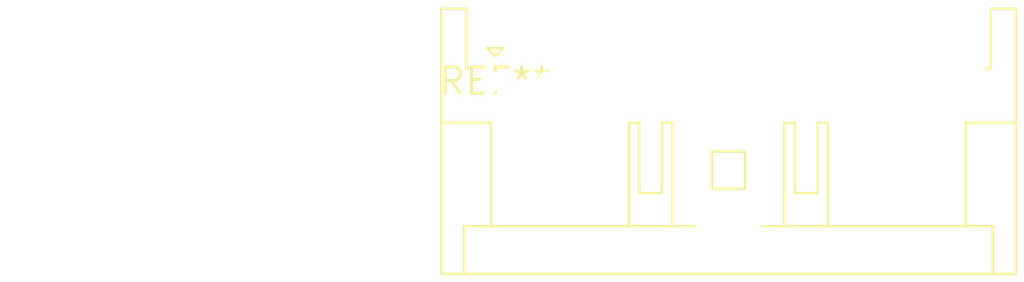
<source format=kicad_pcb>
(kicad_pcb (version 20240108) (generator pcbnew)
  (layers (0 "F.Cu" signal) (31 "B.Cu" signal) (34 "B.Paste" user) (35 "F.Paste" user) (36 "B.SilkS" user "B.Silkscreen") (37 "F.SilkS" user "F.Silkscreen") (38 "B.Mask" user) (39 "F.Mask" user) (44 "Edge.Cuts" user))
  (net 0 "")
  (footprint "JST_XA_S10B-XASK-1_1x10_P2.50mm_Horizontal" (layer "F.Cu") (at 0 0)
    (property "Reference" "REF**")
    (property "Value" "JST_XA_S10B-XASK-1_1x10_P2.50mm_Horizontal")
    (fp_line (start -2.61 -3.51) (end -2.61 9.31) (layer "F.SilkS") (stroke (width 0.12)))
    (fp_line (start -2.61 9.31) (end 25.11 9.31) (layer "F.SilkS") (stroke (width 0.12)))
    (fp_line (start -1.5 7.01) (end 9.65 7.01) (layer "F.SilkS") (stroke (width 0.12)))
    (fp_line (start -1.5 9.31) (end -1.5 7.01) (layer "F.SilkS") (stroke (width 0.12)))
    (fp_line (start -1.39 -3.51) (end -2.61 -3.51) (layer "F.SilkS") (stroke (width 0.12)))
    (fp_line (start -1.39 -0.61) (end -1.39 -3.51) (layer "F.SilkS") (stroke (width 0.12)))
    (fp_line (start -1.11 -0.61) (end -1.39 -0.61) (layer "F.SilkS") (stroke (width 0.12)))
    (fp_line (start -0.4 -1.6) (end 0.4 -1.6) (layer "F.SilkS") (stroke (width 0.12)))
    (fp_line (start -0.2 2) (end -2.61 2) (layer "F.SilkS") (stroke (width 0.12)))
    (fp_line (start -0.2 7.01) (end -0.2 2) (layer "F.SilkS") (stroke (width 0.12)))
    (fp_line (start 0 -1.2) (end -0.4 -1.6) (layer "F.SilkS") (stroke (width 0.12)))
    (fp_line (start 0.4 -1.6) (end 0 -1.2) (layer "F.SilkS") (stroke (width 0.12)))
    (fp_line (start 6.45 2) (end 6.45 7.01) (layer "F.SilkS") (stroke (width 0.12)))
    (fp_line (start 6.95 2) (end 6.45 2) (layer "F.SilkS") (stroke (width 0.12)))
    (fp_line (start 6.95 5.41) (end 6.95 2) (layer "F.SilkS") (stroke (width 0.12)))
    (fp_line (start 8.05 2) (end 8.05 5.41) (layer "F.SilkS") (stroke (width 0.12)))
    (fp_line (start 8.05 5.41) (end 6.95 5.41) (layer "F.SilkS") (stroke (width 0.12)))
    (fp_line (start 8.55 2) (end 8.05 2) (layer "F.SilkS") (stroke (width 0.12)))
    (fp_line (start 8.55 7.01) (end 8.55 2) (layer "F.SilkS") (stroke (width 0.12)))
    (fp_line (start 10.45 3.4) (end 12.05 3.4) (layer "F.SilkS") (stroke (width 0.12)))
    (fp_line (start 10.45 5.2) (end 10.45 3.4) (layer "F.SilkS") (stroke (width 0.12)))
    (fp_line (start 12.05 3.4) (end 12.05 5.2) (layer "F.SilkS") (stroke (width 0.12)))
    (fp_line (start 12.05 5.2) (end 10.45 5.2) (layer "F.SilkS") (stroke (width 0.12)))
    (fp_line (start 12.85 7.01) (end 24 7.01) (layer "F.SilkS") (stroke (width 0.12)))
    (fp_line (start 13.95 2) (end 14.45 2) (layer "F.SilkS") (stroke (width 0.12)))
    (fp_line (start 13.95 7.01) (end 13.95 2) (layer "F.SilkS") (stroke (width 0.12)))
    (fp_line (start 14.45 2) (end 14.45 5.41) (layer "F.SilkS") (stroke (width 0.12)))
    (fp_line (start 14.45 5.41) (end 15.55 5.41) (layer "F.SilkS") (stroke (width 0.12)))
    (fp_line (start 15.55 2) (end 16.05 2) (layer "F.SilkS") (stroke (width 0.12)))
    (fp_line (start 15.55 5.41) (end 15.55 2) (layer "F.SilkS") (stroke (width 0.12)))
    (fp_line (start 16.05 2) (end 16.05 7.01) (layer "F.SilkS") (stroke (width 0.12)))
    (fp_line (start 22.7 2) (end 25.11 2) (layer "F.SilkS") (stroke (width 0.12)))
    (fp_line (start 22.7 7.01) (end 22.7 2) (layer "F.SilkS") (stroke (width 0.12)))
    (fp_line (start 23.89 -3.51) (end 23.89 -0.61) (layer "F.SilkS") (stroke (width 0.12)))
    (fp_line (start 23.89 -0.61) (end 23.61 -0.61) (layer "F.SilkS") (stroke (width 0.12)))
    (fp_line (start 24 7.01) (end 24 9.31) (layer "F.SilkS") (stroke (width 0.12)))
    (fp_line (start 25.11 -3.51) (end 23.89 -3.51) (layer "F.SilkS") (stroke (width 0.12)))
    (fp_line (start 25.11 9.31) (end 25.11 -3.51) (layer "F.SilkS") (stroke (width 0.12)))
    (pad "" np_thru_hole oval (at 11.25 6.5) (size 2.8 2) (drill oval 2.8 2) (layers *.Cu *.Mask))
    (pad "1" thru_hole roundrect (at 0 0) (size 1.7 1.95) (drill 0.95) (layers *.Cu *.Mask) (remove_unused_layers) (roundrect_rratio 0.147059))
    (pad "2" thru_hole oval (at 2.5 0) (size 1.7 1.95) (drill 0.95) (layers *.Cu *.Mask) (remove_unused_layers))
    (pad "3" thru_hole oval (at 5 0) (size 1.7 1.95) (drill 0.95) (layers *.Cu *.Mask) (remove_unused_layers))
    (pad "4" thru_hole oval (at 7.5 0) (size 1.7 1.95) (drill 0.95) (layers *.Cu *.Mask) (remove_unused_layers))
    (pad "5" thru_hole oval (at 10 0) (size 1.7 1.95) (drill 0.95) (layers *.Cu *.Mask) (remove_unused_layers))
    (pad "6" thru_hole oval (at 12.5 0) (size 1.7 1.95) (drill 0.95) (layers *.Cu *.Mask) (remove_unused_layers))
    (pad "7" thru_hole oval (at 15 0) (size 1.7 1.95) (drill 0.95) (layers *.Cu *.Mask) (remove_unused_layers))
    (pad "8" thru_hole oval (at 17.5 0) (size 1.7 1.95) (drill 0.95) (layers *.Cu *.Mask) (remove_unused_layers))
    (pad "9" thru_hole oval (at 20 0) (size 1.7 1.95) (drill 0.95) (layers *.Cu *.Mask) (remove_unused_layers))
    (pad "10" thru_hole oval (at 22.5 0) (size 1.7 1.95) (drill 0.95) (layers *.Cu *.Mask) (remove_unused_layers))
  )
)
</source>
